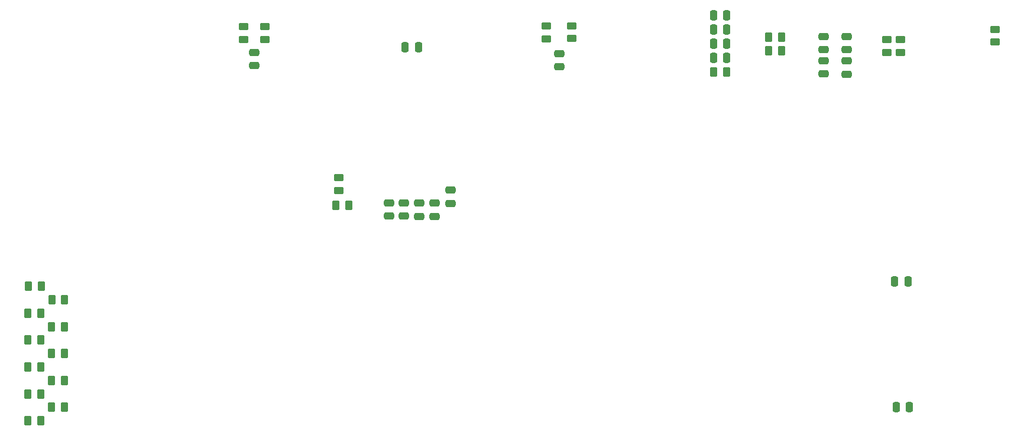
<source format=gbp>
%TF.GenerationSoftware,KiCad,Pcbnew,(6.0.0)*%
%TF.CreationDate,2022-05-07T11:17:07+05:30*%
%TF.ProjectId,Motion_Control_Board2.0,4d6f7469-6f6e-45f4-936f-6e74726f6c5f,rev?*%
%TF.SameCoordinates,Original*%
%TF.FileFunction,Paste,Bot*%
%TF.FilePolarity,Positive*%
%FSLAX46Y46*%
G04 Gerber Fmt 4.6, Leading zero omitted, Abs format (unit mm)*
G04 Created by KiCad (PCBNEW (6.0.0)) date 2022-05-07 11:17:07*
%MOMM*%
%LPD*%
G01*
G04 APERTURE LIST*
G04 Aperture macros list*
%AMRoundRect*
0 Rectangle with rounded corners*
0 $1 Rounding radius*
0 $2 $3 $4 $5 $6 $7 $8 $9 X,Y pos of 4 corners*
0 Add a 4 corners polygon primitive as box body*
4,1,4,$2,$3,$4,$5,$6,$7,$8,$9,$2,$3,0*
0 Add four circle primitives for the rounded corners*
1,1,$1+$1,$2,$3*
1,1,$1+$1,$4,$5*
1,1,$1+$1,$6,$7*
1,1,$1+$1,$8,$9*
0 Add four rect primitives between the rounded corners*
20,1,$1+$1,$2,$3,$4,$5,0*
20,1,$1+$1,$4,$5,$6,$7,0*
20,1,$1+$1,$6,$7,$8,$9,0*
20,1,$1+$1,$8,$9,$2,$3,0*%
G04 Aperture macros list end*
%ADD10RoundRect,0.250000X0.262500X0.450000X-0.262500X0.450000X-0.262500X-0.450000X0.262500X-0.450000X0*%
%ADD11RoundRect,0.250000X0.250000X0.475000X-0.250000X0.475000X-0.250000X-0.475000X0.250000X-0.475000X0*%
%ADD12RoundRect,0.250000X-0.475000X0.250000X-0.475000X-0.250000X0.475000X-0.250000X0.475000X0.250000X0*%
%ADD13RoundRect,0.250000X0.475000X-0.250000X0.475000X0.250000X-0.475000X0.250000X-0.475000X-0.250000X0*%
%ADD14RoundRect,0.250000X0.450000X-0.262500X0.450000X0.262500X-0.450000X0.262500X-0.450000X-0.262500X0*%
%ADD15RoundRect,0.250000X-0.250000X-0.475000X0.250000X-0.475000X0.250000X0.475000X-0.250000X0.475000X0*%
%ADD16RoundRect,0.250000X-0.450000X0.262500X-0.450000X-0.262500X0.450000X-0.262500X0.450000X0.262500X0*%
%ADD17RoundRect,0.250000X-0.262500X-0.450000X0.262500X-0.450000X0.262500X0.450000X-0.262500X0.450000X0*%
G04 APERTURE END LIST*
D10*
%TO.C,R4*%
X87604199Y-130464387D03*
X85779199Y-130464387D03*
%TD*%
D11*
%TO.C,C10*%
X208621899Y-134299787D03*
X206721899Y-134299787D03*
%TD*%
D10*
%TO.C,R7*%
X84229799Y-124673187D03*
X82404799Y-124673187D03*
%TD*%
D12*
%TO.C,C27*%
X136247099Y-104988187D03*
X136247099Y-106888187D03*
%TD*%
D13*
%TO.C,C17*%
X199620099Y-86517387D03*
X199620099Y-84617387D03*
%TD*%
D14*
%TO.C,R17*%
X220879899Y-81895787D03*
X220879899Y-80070787D03*
%TD*%
D13*
%TO.C,C24*%
X142952699Y-105059387D03*
X142952699Y-103159387D03*
%TD*%
%TO.C,C16*%
X196343499Y-86491987D03*
X196343499Y-84591987D03*
%TD*%
D10*
%TO.C,R9*%
X84229799Y-120812387D03*
X82404799Y-120812387D03*
%TD*%
D15*
%TO.C,C21*%
X180561799Y-82153587D03*
X182461799Y-82153587D03*
%TD*%
D14*
%TO.C,R31*%
X126873000Y-103225600D03*
X126873000Y-101400600D03*
%TD*%
D15*
%TO.C,C22*%
X180571037Y-84185056D03*
X182471037Y-84185056D03*
%TD*%
D12*
%TO.C,C29*%
X138431499Y-105013587D03*
X138431499Y-106913587D03*
%TD*%
%TO.C,C25*%
X134088099Y-104988187D03*
X134088099Y-106888187D03*
%TD*%
D11*
%TO.C,C19*%
X182456799Y-80121587D03*
X180556799Y-80121587D03*
%TD*%
D10*
%TO.C,R2*%
X87604199Y-134325187D03*
X85779199Y-134325187D03*
%TD*%
D12*
%TO.C,C30*%
X140615899Y-105013587D03*
X140615899Y-106913587D03*
%TD*%
D10*
%TO.C,R11*%
X84280599Y-116951587D03*
X82455599Y-116951587D03*
%TD*%
D16*
%TO.C,R35*%
X160250099Y-79591987D03*
X160250099Y-81416987D03*
%TD*%
%TO.C,R34*%
X116358899Y-79715187D03*
X116358899Y-81540187D03*
%TD*%
D10*
%TO.C,R24*%
X190292599Y-83169587D03*
X188467599Y-83169587D03*
%TD*%
%TO.C,R1*%
X84225999Y-136255587D03*
X82400999Y-136255587D03*
%TD*%
D14*
%TO.C,R33*%
X156617899Y-81438587D03*
X156617899Y-79613587D03*
%TD*%
D11*
%TO.C,C23*%
X138329899Y-82661587D03*
X136429899Y-82661587D03*
%TD*%
D17*
%TO.C,R23*%
X188469499Y-81213787D03*
X190294499Y-81213787D03*
%TD*%
D10*
%TO.C,R10*%
X87635299Y-118881987D03*
X85810299Y-118881987D03*
%TD*%
D12*
%TO.C,C32*%
X114834899Y-83387987D03*
X114834899Y-85287987D03*
%TD*%
D10*
%TO.C,R8*%
X87606099Y-126603587D03*
X85781099Y-126603587D03*
%TD*%
D12*
%TO.C,C33*%
X158472099Y-83540387D03*
X158472099Y-85440387D03*
%TD*%
D14*
%TO.C,R32*%
X113260099Y-81540187D03*
X113260099Y-79715187D03*
%TD*%
D10*
%TO.C,R5*%
X84229799Y-128533987D03*
X82404799Y-128533987D03*
%TD*%
D17*
%TO.C,R30*%
X126497299Y-105343787D03*
X128322299Y-105343787D03*
%TD*%
D12*
%TO.C,C14*%
X196343499Y-81091787D03*
X196343499Y-82991787D03*
%TD*%
D10*
%TO.C,R6*%
X87606099Y-122742787D03*
X85781099Y-122742787D03*
%TD*%
%TO.C,R29*%
X182422399Y-86192187D03*
X180597399Y-86192187D03*
%TD*%
%TO.C,R3*%
X84225999Y-132394787D03*
X82400999Y-132394787D03*
%TD*%
D14*
%TO.C,R18*%
X205385899Y-83394387D03*
X205385899Y-81569387D03*
%TD*%
D11*
%TO.C,C3*%
X208427400Y-116255800D03*
X206527400Y-116255800D03*
%TD*%
D12*
%TO.C,C15*%
X199620099Y-81112187D03*
X199620099Y-83012187D03*
%TD*%
D16*
%TO.C,R19*%
X207334303Y-81573187D03*
X207334303Y-83398187D03*
%TD*%
D11*
%TO.C,C18*%
X182461799Y-78089587D03*
X180561799Y-78089587D03*
%TD*%
M02*

</source>
